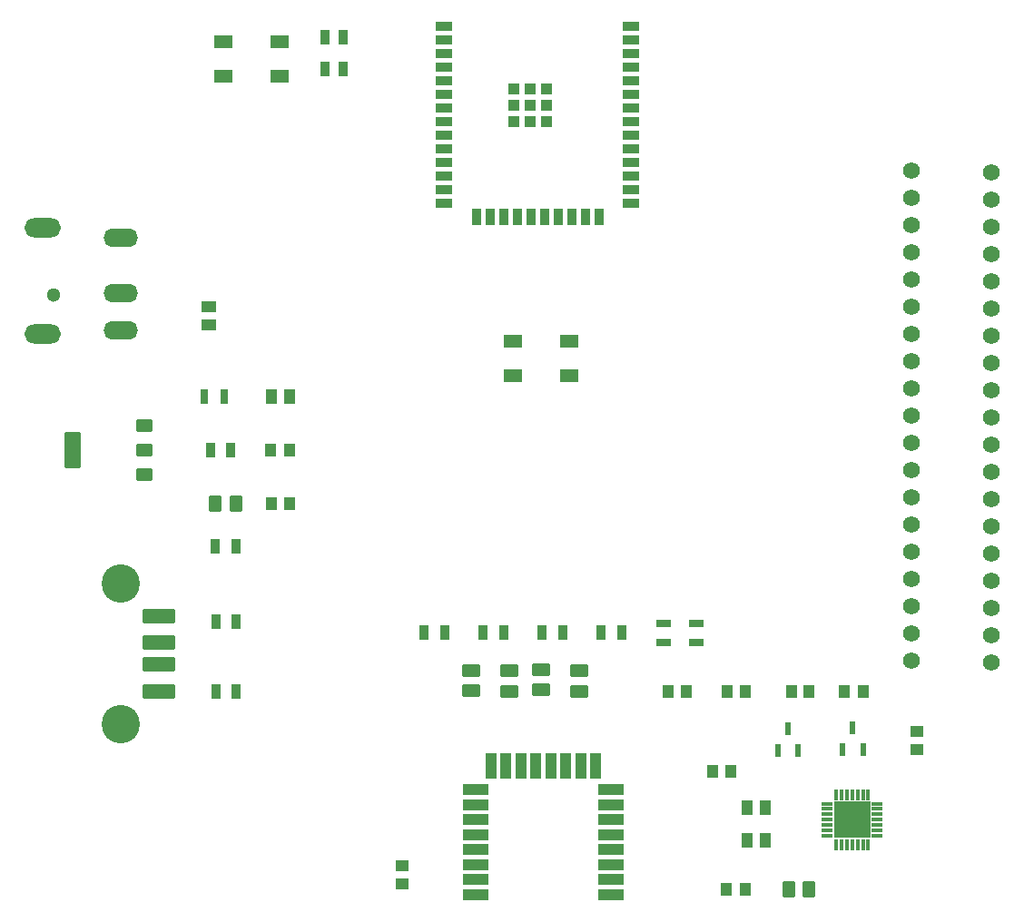
<source format=gts>
%TF.GenerationSoftware,KiCad,Pcbnew,8.0.3*%
%TF.CreationDate,2024-09-12T15:56:22-04:00*%
%TF.ProjectId,G7 Senior Design V2,47372053-656e-4696-9f72-204465736967,rev?*%
%TF.SameCoordinates,Original*%
%TF.FileFunction,Soldermask,Top*%
%TF.FilePolarity,Negative*%
%FSLAX46Y46*%
G04 Gerber Fmt 4.6, Leading zero omitted, Abs format (unit mm)*
G04 Created by KiCad (PCBNEW 8.0.3) date 2024-09-12 15:56:22*
%MOMM*%
%LPD*%
G01*
G04 APERTURE LIST*
G04 Aperture macros list*
%AMRoundRect*
0 Rectangle with rounded corners*
0 $1 Rounding radius*
0 $2 $3 $4 $5 $6 $7 $8 $9 X,Y pos of 4 corners*
0 Add a 4 corners polygon primitive as box body*
4,1,4,$2,$3,$4,$5,$6,$7,$8,$9,$2,$3,0*
0 Add four circle primitives for the rounded corners*
1,1,$1+$1,$2,$3*
1,1,$1+$1,$4,$5*
1,1,$1+$1,$6,$7*
1,1,$1+$1,$8,$9*
0 Add four rect primitives between the rounded corners*
20,1,$1+$1,$2,$3,$4,$5,0*
20,1,$1+$1,$4,$5,$6,$7,0*
20,1,$1+$1,$6,$7,$8,$9,0*
20,1,$1+$1,$8,$9,$2,$3,0*%
G04 Aperture macros list end*
%ADD10C,1.574800*%
%ADD11R,1.346200X1.117600*%
%ADD12R,0.812800X1.346200*%
%ADD13R,0.950000X1.400000*%
%ADD14RoundRect,0.102000X-0.775000X-0.500000X0.775000X-0.500000X0.775000X0.500000X-0.775000X0.500000X0*%
%ADD15R,1.005599X1.199998*%
%ADD16R,1.066800X1.219200*%
%ADD17RoundRect,0.102000X0.710000X-0.500000X0.710000X0.500000X-0.710000X0.500000X-0.710000X-0.500000X0*%
%ADD18C,1.300000*%
%ADD19O,3.204000X1.704000*%
%ADD20O,3.404000X1.804000*%
%ADD21R,2.438400X0.990600*%
%ADD22R,0.990600X2.438400*%
%ADD23R,0.910000X1.390000*%
%ADD24R,0.803200X1.450000*%
%ADD25R,1.117600X1.346200*%
%ADD26RoundRect,0.102000X-1.440000X0.560000X-1.440000X-0.560000X1.440000X-0.560000X1.440000X0.560000X0*%
%ADD27C,3.580000*%
%ADD28RoundRect,0.102000X-0.460000X-0.690000X0.460000X-0.690000X0.460000X0.690000X-0.460000X0.690000X0*%
%ADD29R,1.199998X1.005599*%
%ADD30R,0.558800X1.219200*%
%ADD31R,1.450000X0.803200*%
%ADD32R,1.498600X0.889000*%
%ADD33R,0.889000X1.498600*%
%ADD34R,1.041400X1.041400*%
%ADD35RoundRect,0.085050X0.671950X0.481950X-0.671950X0.481950X-0.671950X-0.481950X0.671950X-0.481950X0*%
%ADD36RoundRect,0.113550X0.643450X1.608450X-0.643450X1.608450X-0.643450X-1.608450X0.643450X-1.608450X0*%
%ADD37R,3.350000X3.350000*%
%ADD38R,0.300000X1.000000*%
%ADD39R,1.000000X0.300000*%
G04 APERTURE END LIST*
D10*
%TO.C,J4*%
X184500000Y-117200000D03*
X184500000Y-114660000D03*
X184500000Y-112120000D03*
X184500000Y-109580000D03*
X184500000Y-107040000D03*
X184500000Y-104500000D03*
X184500000Y-101960000D03*
X184500000Y-99420000D03*
X184500000Y-96880000D03*
X184500000Y-94340000D03*
X184500000Y-91800000D03*
X184500000Y-89260000D03*
X184500000Y-86720000D03*
X184500000Y-84180000D03*
X184500000Y-81640000D03*
X184500000Y-79100000D03*
X184500000Y-76560000D03*
X184500000Y-74020000D03*
X184500000Y-71480000D03*
%TD*%
%TO.C,J3*%
X192000000Y-117360000D03*
X192000000Y-114820000D03*
X192000000Y-112280000D03*
X192000000Y-109740000D03*
X192000000Y-107200000D03*
X192000000Y-104660000D03*
X192000000Y-102120000D03*
X192000000Y-99580000D03*
X192000000Y-97040000D03*
X192000000Y-94500000D03*
X192000000Y-91960000D03*
X192000000Y-89420000D03*
X192000000Y-86880000D03*
X192000000Y-84340000D03*
X192000000Y-81800000D03*
X192000000Y-79260000D03*
X192000000Y-76720000D03*
X192000000Y-74180000D03*
X192000000Y-71640000D03*
%TD*%
D11*
%TO.C,C1*%
X119000000Y-84149100D03*
X119000000Y-85850900D03*
%TD*%
D12*
%TO.C,R26*%
X119696600Y-120000000D03*
X121500000Y-120000000D03*
%TD*%
D13*
%TO.C,D2*%
X150100000Y-114500000D03*
X152000000Y-114500000D03*
%TD*%
D14*
%TO.C,S2*%
X120375000Y-59400000D03*
X125625000Y-59400000D03*
X120375000Y-62600000D03*
X125625000Y-62600000D03*
%TD*%
D15*
%TO.C,R11*%
X124794402Y-97500000D03*
X126500000Y-97500000D03*
%TD*%
D12*
%TO.C,R25*%
X119696600Y-113500000D03*
X121500000Y-113500000D03*
%TD*%
D13*
%TO.C,D1*%
X155600000Y-114500000D03*
X157500000Y-114500000D03*
%TD*%
D16*
%TO.C,C14*%
X173349000Y-120000000D03*
X175000000Y-120000000D03*
%TD*%
%TO.C,C22*%
X124849000Y-102500000D03*
X126500000Y-102500000D03*
%TD*%
D17*
%TO.C,R6*%
X143500000Y-119935000D03*
X143500000Y-118065000D03*
%TD*%
D18*
%TO.C,J2*%
X104500000Y-83000000D03*
D19*
X110800000Y-86300000D03*
X110800000Y-77700000D03*
X110800000Y-82900000D03*
D20*
X103500000Y-86700000D03*
X103500000Y-76800000D03*
%TD*%
D21*
%TO.C,U2*%
X156500000Y-139000000D03*
X156500000Y-137600001D03*
X156500000Y-136200001D03*
X156500000Y-134800001D03*
X156500000Y-133399999D03*
X156500000Y-131999999D03*
X156500000Y-130599999D03*
X156500000Y-129200000D03*
D22*
X155096101Y-126999998D03*
X153696102Y-126999998D03*
X152296102Y-126999998D03*
X150896102Y-126999998D03*
X149496100Y-126999998D03*
X148096100Y-126999998D03*
X146696100Y-126999998D03*
X145296101Y-126999998D03*
D21*
X143892202Y-129200000D03*
X143892202Y-130599999D03*
X143892202Y-131999999D03*
X143892202Y-133399999D03*
X143892202Y-134800001D03*
X143892202Y-136200001D03*
X143892202Y-137600001D03*
X143892202Y-139000000D03*
%TD*%
D23*
%TO.C,C19*%
X129860000Y-59000000D03*
X131500000Y-59000000D03*
%TD*%
D24*
%TO.C,R32*%
X118598400Y-92500000D03*
X120401600Y-92500000D03*
%TD*%
D25*
%TO.C,C31*%
X169174400Y-133894900D03*
X170876200Y-133894900D03*
%TD*%
D26*
%TO.C,J1*%
X114372500Y-113000000D03*
X114372500Y-115500000D03*
X114372500Y-117500000D03*
X114372500Y-120000000D03*
D27*
X110792500Y-109930000D03*
X110792500Y-123070000D03*
%TD*%
D28*
%TO.C,R2*%
X119590000Y-102500000D03*
X121500000Y-102500000D03*
%TD*%
D29*
%TO.C,R22*%
X185000000Y-123794402D03*
X185000000Y-125500000D03*
%TD*%
D13*
%TO.C,D3*%
X144600000Y-114500000D03*
X146500000Y-114500000D03*
%TD*%
D30*
%TO.C,Q1*%
X178099998Y-125500000D03*
X180000000Y-125500000D03*
X179049999Y-123458001D03*
%TD*%
D17*
%TO.C,R5*%
X153500000Y-120000000D03*
X153500000Y-118130000D03*
%TD*%
D29*
%TO.C,R15-1*%
X137000000Y-136294402D03*
X137000000Y-138000000D03*
%TD*%
D28*
%TO.C,R24*%
X173090000Y-138500000D03*
X175000000Y-138500000D03*
%TD*%
D16*
%TO.C,C3*%
X161849000Y-120000000D03*
X163500000Y-120000000D03*
%TD*%
D17*
%TO.C,R4*%
X150000000Y-119870000D03*
X150000000Y-118000000D03*
%TD*%
D15*
%TO.C,R23*%
X178294402Y-120000000D03*
X180000000Y-120000000D03*
%TD*%
D31*
%TO.C,R33*%
X161401600Y-113696800D03*
X161401600Y-115500000D03*
%TD*%
D16*
%TO.C,C15*%
X167349000Y-120000000D03*
X169000000Y-120000000D03*
%TD*%
D23*
%TO.C,C20*%
X129860000Y-62000000D03*
X131500000Y-62000000D03*
%TD*%
D17*
%TO.C,R7*%
X147000000Y-120000000D03*
X147000000Y-118130000D03*
%TD*%
D14*
%TO.C,S1*%
X147375000Y-87400000D03*
X152625000Y-87400000D03*
X147375000Y-90600000D03*
X152625000Y-90600000D03*
%TD*%
D32*
%TO.C,U1*%
X140905000Y-58000000D03*
X140905000Y-59270000D03*
X140905000Y-60540000D03*
X140905000Y-61810000D03*
X140905000Y-63080000D03*
X140905000Y-64350000D03*
X140905000Y-65620000D03*
X140905000Y-66890000D03*
X140905000Y-68160000D03*
X140905000Y-69430000D03*
X140905000Y-70700000D03*
X140905000Y-71970000D03*
X140905000Y-73240000D03*
X140905000Y-74510000D03*
D33*
X143940000Y-75760000D03*
X145210000Y-75760000D03*
X146480000Y-75760000D03*
X147750000Y-75760000D03*
X149020000Y-75760000D03*
X150290000Y-75760000D03*
X151560000Y-75760000D03*
X152830000Y-75760000D03*
X154100000Y-75760000D03*
X155370000Y-75760000D03*
D32*
X158405000Y-74510000D03*
X158405000Y-73240000D03*
X158405000Y-71970000D03*
X158405000Y-70700000D03*
X158405000Y-69430000D03*
X158405000Y-68160000D03*
X158405000Y-66890000D03*
X158405000Y-65620000D03*
X158405000Y-64350000D03*
X158405000Y-63080000D03*
X158405000Y-61810000D03*
X158405000Y-60540000D03*
X158405000Y-59270000D03*
X158405000Y-58000000D03*
D34*
X148975000Y-65340000D03*
X147450000Y-63815000D03*
X147450000Y-65340000D03*
X147450000Y-66865000D03*
X148975000Y-66865000D03*
X150500000Y-66865000D03*
X150500000Y-65340000D03*
X150500000Y-63815000D03*
X148975000Y-63815000D03*
%TD*%
D15*
%TO.C,R21*%
X166000000Y-127500000D03*
X167705598Y-127500000D03*
%TD*%
D13*
%TO.C,D4*%
X139100000Y-114500000D03*
X141000000Y-114500000D03*
%TD*%
D35*
%TO.C,U3*%
X113000000Y-99790000D03*
X113000000Y-97500000D03*
X113000000Y-95210000D03*
D36*
X106310000Y-97500000D03*
%TD*%
D13*
%TO.C,LED1*%
X119600000Y-106500000D03*
X121500000Y-106500000D03*
%TD*%
D30*
%TO.C,Q2*%
X172049999Y-125520999D03*
X173950001Y-125520999D03*
X173000000Y-123479000D03*
%TD*%
D15*
%TO.C,R34*%
X167294402Y-138500000D03*
X169000000Y-138500000D03*
%TD*%
D37*
%TO.C,IC3*%
X179000000Y-132000000D03*
D38*
X177500000Y-129650000D03*
X178000000Y-129650000D03*
X178500000Y-129650000D03*
X179000000Y-129650000D03*
X179500000Y-129650000D03*
X180000000Y-129650000D03*
X180500000Y-129650000D03*
D39*
X181350000Y-130500000D03*
X181350000Y-131000000D03*
X181350000Y-131500000D03*
X181350000Y-132000000D03*
X181350000Y-132500000D03*
X181350000Y-133000000D03*
X181350000Y-133500000D03*
D38*
X180500000Y-134350000D03*
X180000000Y-134350000D03*
X179500000Y-134350000D03*
X179000000Y-134350000D03*
X178500000Y-134350000D03*
X178000000Y-134350000D03*
X177500000Y-134350000D03*
D39*
X176650000Y-133500000D03*
X176650000Y-133000000D03*
X176650000Y-132500000D03*
X176650000Y-132000000D03*
X176650000Y-131500000D03*
X176650000Y-131000000D03*
X176650000Y-130500000D03*
%TD*%
D12*
%TO.C,R0-1*%
X119196600Y-97500000D03*
X121000000Y-97500000D03*
%TD*%
D25*
%TO.C,C21*%
X169174400Y-130888300D03*
X170876200Y-130888300D03*
%TD*%
%TO.C,C3-22uF1*%
X124798200Y-92500000D03*
X126500000Y-92500000D03*
%TD*%
D31*
%TO.C,R31*%
X164500000Y-113696800D03*
X164500000Y-115500000D03*
%TD*%
M02*

</source>
